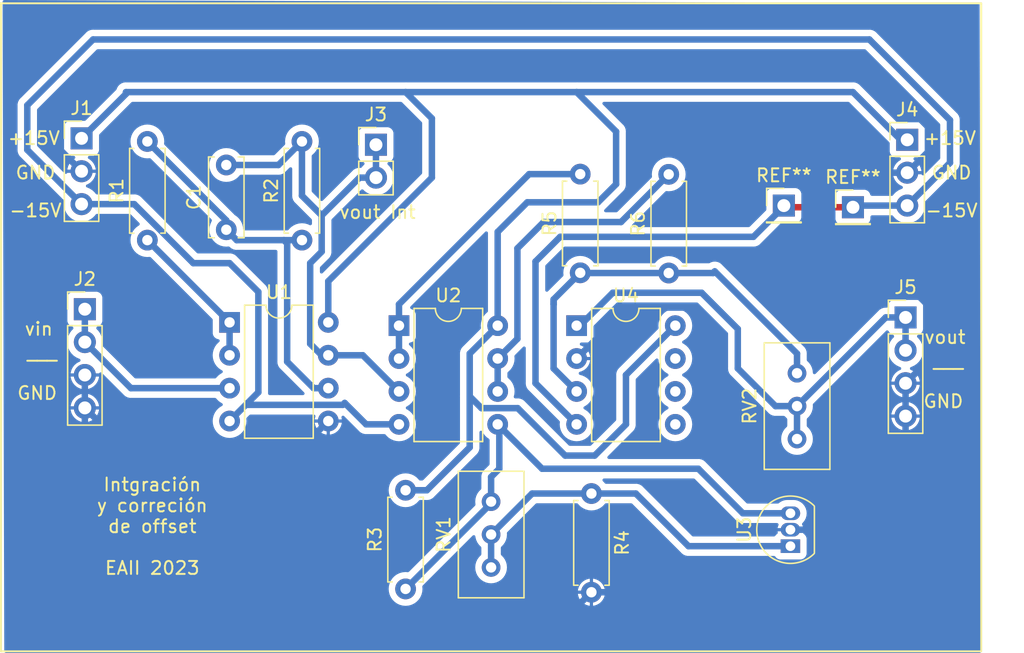
<source format=kicad_pcb>
(kicad_pcb (version 20221018) (generator pcbnew)
  (layers (0 "F.Cu" signal) (31 "B.Cu" signal) (34 "B.Paste" user) (35 "F.Paste" user) (36 "B.SilkS" user "B.Silkscreen") (37 "F.SilkS" user "F.Silkscreen") (38 "B.Mask" user) (39 "F.Mask" user) (44 "Edge.Cuts" user))
  (net 0 "")
  (net 1 "Net-(U1B--)")
  (net 2 "Vout_Integ")
  (net 3 "+15V")
  (net 4 "GND")
  (net 5 "-15V")
  (net 6 "Vin2")
  (net 7 "Vout2")
  (net 8 "Net-(U1A--)")
  (net 9 "Net-(U2B-+)")
  (net 10 "Net-(U3-REF)")
  (net 11 "Net-(U4A-+)")
  (net 12 "Net-(U2A--)")
  (net 13 "Net-(U2B--)")
  (footprint "Connector_PinHeader_2.54mm:PinHeader_1x02_P2.54mm_Vertical" (layer "F.Cu") (at 117.983 71.12)
    (fp_text reference "J3" (at 0 -2.33) (layer "F.SilkS"))
    (fp_text value "Conn_VoutInteg")
    (fp_line (start -1.33 -1.33) (end 0 -1.33) (stroke (width 0.12)) (layer "F.SilkS"))
    (fp_line (start -1.33 0) (end -1.33 -1.33) (stroke (width 0.12)) (layer "F.SilkS"))
    (fp_line (start -1.33 1.27) (end -1.33 3.87) (stroke (width 0.12)) (layer "F.SilkS"))
    (fp_line (start -1.33 1.27) (end 1.33 1.27) (stroke (width 0.12)) (layer "F.SilkS"))
    (fp_line (start -1.33 3.87) (end 1.33 3.87) (stroke (width 0.12)) (layer "F.SilkS"))
    (fp_line (start 1.33 1.27) (end 1.33 3.87) (stroke (width 0.12)) (layer "F.SilkS"))
    (pad "1" thru_hole rect (at 0 0) (size 1.7 1.7) (drill 1) (layers "*.Cu" "*.Mask") (net 2 "Vout_Integ"))
    (pad "2" thru_hole oval (at 0 2.54) (size 1.7 1.7) (drill 1) (layers "*.Cu" "*.Mask") (net 2 "Vout_Integ"))
  )
  (footprint "Resistor_THT:R_Axial_DIN0207_L6.3mm_D2.5mm_P7.62mm_Horizontal" (layer "F.Cu") (at 112.268 78.486 90)
    (fp_text reference "R2" (at 3.81 -2.37 90) (layer "F.SilkS"))
    (fp_text value "100k")
    (fp_line (start 0.54 -1.37) (end 7.08 -1.37) (stroke (width 0.12)) (layer "F.SilkS"))
    (fp_line (start 0.54 -1.04) (end 0.54 -1.37) (stroke (width 0.12)) (layer "F.SilkS"))
    (fp_line (start 0.54 1.04) (end 0.54 1.37) (stroke (width 0.12)) (layer "F.SilkS"))
    (fp_line (start 0.54 1.37) (end 7.08 1.37) (stroke (width 0.12)) (layer "F.SilkS"))
    (fp_line (start 7.08 -1.37) (end 7.08 -1.04) (stroke (width 0.12)) (layer "F.SilkS"))
    (fp_line (start 7.08 1.37) (end 7.08 1.04) (stroke (width 0.12)) (layer "F.SilkS"))
    (pad "1" thru_hole circle (at 0 0 90) (size 1.6 1.6) (drill 0.8) (layers "*.Cu" "*.Mask") (net 1 "Net-(U1B--)"))
    (pad "2" thru_hole oval (at 7.62 0 90) (size 1.6 1.6) (drill 0.8) (layers "*.Cu" "*.Mask") (net 2 "Vout_Integ"))
  )
  (footprint "Resistor_THT:R_Axial_DIN0207_L6.3mm_D2.5mm_P7.62mm_Horizontal" (layer "F.Cu") (at 120.269 105.42 90)
    (fp_text reference "R3" (at 3.81 -2.37 90) (layer "F.SilkS"))
    (fp_text value "10k")
    (fp_line (start 0.54 -1.37) (end 7.08 -1.37) (stroke (width 0.12)) (layer "F.SilkS"))
    (fp_line (start 0.54 -1.04) (end 0.54 -1.37) (stroke (width 0.12)) (layer "F.SilkS"))
    (fp_line (start 0.54 1.04) (end 0.54 1.37) (stroke (width 0.12)) (layer "F.SilkS"))
    (fp_line (start 0.54 1.37) (end 7.08 1.37) (stroke (width 0.12)) (layer "F.SilkS"))
    (fp_line (start 7.08 -1.37) (end 7.08 -1.04) (stroke (width 0.12)) (layer "F.SilkS"))
    (fp_line (start 7.08 1.37) (end 7.08 1.04) (stroke (width 0.12)) (layer "F.SilkS"))
    (pad "1" thru_hole circle (at 0 0 90) (size 1.6 1.6) (drill 0.8) (layers "*.Cu" "*.Mask") (net 9 "Net-(U2B-+)"))
    (pad "2" thru_hole oval (at 7.62 0 90) (size 1.6 1.6) (drill 0.8) (layers "*.Cu" "*.Mask") (net 3 "+15V"))
  )
  (footprint "Potentiometer_THT:Potentiometer_Bourns_3296W_Vertical" (layer "F.Cu") (at 150.495 88.763 90)
    (fp_text reference "RV2" (at -2.54 -3.66 90) (layer "F.SilkS"))
    (fp_text value "50k")
    (fp_line (start -7.425 -2.53) (end -7.425 2.54) (stroke (width 0.12)) (layer "F.SilkS"))
    (fp_line (start -7.425 -2.53) (end 2.345 -2.53) (stroke (width 0.12)) (layer "F.SilkS"))
    (fp_line (start -7.425 2.54) (end 2.345 2.54) (stroke (width 0.12)) (layer "F.SilkS"))
    (fp_line (start 2.345 -2.53) (end 2.345 2.54) (stroke (width 0.12)) (layer "F.SilkS"))
    (pad "1" thru_hole circle (at 0 0 90) (size 1.44 1.44) (drill 0.8) (layers "*.Cu" "*.Mask") (net 11 "Net-(U4A-+)"))
    (pad "2" thru_hole circle (at -2.54 0 90) (size 1.44 1.44) (drill 0.8) (layers "*.Cu" "*.Mask") (net 7 "Vout2"))
    (pad "3" thru_hole circle (at -5.08 0 90) (size 1.44 1.44) (drill 0.8) (layers "*.Cu" "*.Mask") (net 7 "Vout2"))
  )
  (footprint "Potentiometer_THT:Potentiometer_Bourns_3296W_Vertical" (layer "F.Cu") (at 126.873 98.679 90)
    (fp_text reference "RV1" (at -2.54 -3.66 90) (layer "F.SilkS"))
    (fp_text value "10k")
    (fp_line (start -7.425 -2.53) (end -7.425 2.54) (stroke (width 0.12)) (layer "F.SilkS"))
    (fp_line (start -7.425 -2.53) (end 2.345 -2.53) (stroke (width 0.12)) (layer "F.SilkS"))
    (fp_line (start -7.425 2.54) (end 2.345 2.54) (stroke (width 0.12)) (layer "F.SilkS"))
    (fp_line (start 2.345 -2.53) (end 2.345 2.54) (stroke (width 0.12)) (layer "F.SilkS"))
    (pad "1" thru_hole circle (at 0 0 90) (size 1.44 1.44) (drill 0.8) (layers "*.Cu" "*.Mask") (net 9 "Net-(U2B-+)"))
    (pad "2" thru_hole circle (at -2.54 0 90) (size 1.44 1.44) (drill 0.8) (layers "*.Cu" "*.Mask") (net 10 "Net-(U3-REF)"))
    (pad "3" thru_hole circle (at -5.08 0 90) (size 1.44 1.44) (drill 0.8) (layers "*.Cu" "*.Mask") (net 10 "Net-(U3-REF)"))
  )
  (footprint "Connector_PinHeader_2.54mm:PinHeader_1x04_P2.54mm_Vertical" (layer "F.Cu") (at 158.877 84.455)
    (fp_text reference "J5" (at 0 -2.33) (layer "F.SilkS"))
    (fp_text value "Conn_Vout")
    (fp_line (start -1.33 -1.33) (end 0 -1.33) (stroke (width 0.12)) (layer "F.SilkS"))
    (fp_line (start -1.33 0) (end -1.33 -1.33) (stroke (width 0.12)) (layer "F.SilkS"))
    (fp_line (start -1.33 1.27) (end -1.33 8.95) (stroke (width 0.12)) (layer "F.SilkS"))
    (fp_line (start -1.33 1.27) (end 1.33 1.27) (stroke (width 0.12)) (layer "F.SilkS"))
    (fp_line (start -1.33 8.95) (end 1.33 8.95) (stroke (width 0.12)) (layer "F.SilkS"))
    (fp_line (start 1.33 1.27) (end 1.33 8.95) (stroke (width 0.12)) (layer "F.SilkS"))
    (pad "1" thru_hole rect (at 0 0) (size 1.7 1.7) (drill 1) (layers "*.Cu" "*.Mask") (net 7 "Vout2"))
    (pad "2" thru_hole oval (at 0 2.54) (size 1.7 1.7) (drill 1) (layers "*.Cu" "*.Mask") (net 7 "Vout2"))
    (pad "3" thru_hole oval (at 0 5.08) (size 1.7 1.7) (drill 1) (layers "*.Cu" "*.Mask") (net 4 "GND"))
    (pad "4" thru_hole oval (at 0 7.62) (size 1.7 1.7) (drill 1) (layers "*.Cu" "*.Mask") (net 4 "GND"))
  )
  (footprint "Resistor_THT:R_Axial_DIN0207_L6.3mm_D2.5mm_P7.62mm_Horizontal" (layer "F.Cu") (at 100.33 78.486 90)
    (fp_text reference "R1" (at 3.81 -2.37 90) (layer "F.SilkS"))
    (fp_text value "10k")
    (fp_line (start 0.54 -1.37) (end 7.08 -1.37) (stroke (width 0.12)) (layer "F.SilkS"))
    (fp_line (start 0.54 -1.04) (end 0.54 -1.37) (stroke (width 0.12)) (layer "F.SilkS"))
    (fp_line (start 0.54 1.04) (end 0.54 1.37) (stroke (width 0.12)) (layer "F.SilkS"))
    (fp_line (start 0.54 1.37) (end 7.08 1.37) (stroke (width 0.12)) (layer "F.SilkS"))
    (fp_line (start 7.08 -1.37) (end 7.08 -1.04) (stroke (width 0.12)) (layer "F.SilkS"))
    (fp_line (start 7.08 1.37) (end 7.08 1.04) (stroke (width 0.12)) (layer "F.SilkS"))
    (pad "1" thru_hole circle (at 0 0 90) (size 1.6 1.6) (drill 0.8) (layers "*.Cu" "*.Mask") (net 8 "Net-(U1A--)"))
    (pad "2" thru_hole oval (at 7.62 0 90) (size 1.6 1.6) (drill 0.8) (layers "*.Cu" "*.Mask") (net 1 "Net-(U1B--)"))
  )
  (footprint "Connector_PinHeader_2.54mm:PinHeader_1x04_P2.54mm_Vertical" (layer "F.Cu") (at 95.504 83.82)
    (fp_text reference "J2" (at 0 -2.33) (layer "F.SilkS"))
    (fp_text value "Conn_Vin")
    (fp_line (start -1.33 -1.33) (end 0 -1.33) (stroke (width 0.12)) (layer "F.SilkS"))
    (fp_line (start -1.33 0) (end -1.33 -1.33) (stroke (width 0.12)) (layer "F.SilkS"))
    (fp_line (start -1.33 1.27) (end -1.33 8.95) (stroke (width 0.12)) (layer "F.SilkS"))
    (fp_line (start -1.33 1.27) (end 1.33 1.27) (stroke (width 0.12)) (layer "F.SilkS"))
    (fp_line (start -1.33 8.95) (end 1.33 8.95) (stroke (width 0.12)) (layer "F.SilkS"))
    (fp_line (start 1.33 1.27) (end 1.33 8.95) (stroke (width 0.12)) (layer "F.SilkS"))
    (pad "1" thru_hole rect (at 0 0) (size 1.7 1.7) (drill 1) (layers "*.Cu" "*.Mask") (net 6 "Vin2"))
    (pad "2" thru_hole oval (at 0 2.54) (size 1.7 1.7) (drill 1) (layers "*.Cu" "*.Mask") (net 6 "Vin2"))
    (pad "3" thru_hole oval (at 0 5.08) (size 1.7 1.7) (drill 1) (layers "*.Cu" "*.Mask") (net 4 "GND"))
    (pad "4" thru_hole oval (at 0 7.62) (size 1.7 1.7) (drill 1) (layers "*.Cu" "*.Mask") (net 4 "GND"))
  )
  (footprint "Capacitor_THT:C_Disc_D6.0mm_W2.5mm_P5.00mm" (layer "F.Cu") (at 106.426 77.684 90)
    (fp_text reference "C1" (at 2.5 -2.5 90) (layer "F.SilkS"))
    (fp_text value "10n")
    (fp_line (start -0.62 -1.37) (end -0.62 -0.925) (stroke (width 0.12)) (layer "F.SilkS"))
    (fp_line (start -0.62 -1.37) (end 5.62 -1.37) (stroke (width 0.12)) (layer "F.SilkS"))
    (fp_line (start -0.62 0.925) (end -0.62 1.37) (stroke (width 0.12)) (layer "F.SilkS"))
    (fp_line (start -0.62 1.37) (end 5.62 1.37) (stroke (width 0.12)) (layer "F.SilkS"))
    (fp_line (start 5.62 -1.37) (end 5.62 -0.925) (stroke (width 0.12)) (layer "F.SilkS"))
    (fp_line (start 5.62 0.925) (end 5.62 1.37) (stroke (width 0.12)) (layer "F.SilkS"))
    (pad "1" thru_hole circle (at 0 0 90) (size 1.6 1.6) (drill 0.8) (layers "*.Cu" "*.Mask") (net 1 "Net-(U1B--)"))
    (pad "2" thru_hole circle (at 5 0 90) (size 1.6 1.6) (drill 0.8) (layers "*.Cu" "*.Mask") (net 2 "Vout_Integ"))
  )
  (footprint "Connector_PinHeader_2.54mm:PinHeader_1x01_P2.54mm_Vertical" (layer "F.Cu") (at 154.813 75.946)
    (fp_text reference "REF**" (at 0 -2.33) (layer "F.SilkS"))
    (fp_text value "PinHeader_1x01_P2.54mm_Vertical")
    (fp_line (start -1.33 -1.33) (end 0 -1.33) (stroke (width 0.12)) (layer "F.SilkS"))
    (fp_line (start -1.33 0) (end -1.33 -1.33) (stroke (width 0.12)) (layer "F.SilkS"))
    (fp_line (start -1.33 1.27) (end -1.33 1.33) (stroke (width 0.12)) (layer "F.SilkS"))
    (fp_line (start -1.33 1.27) (end 1.33 1.27) (stroke (width 0.12)) (layer "F.SilkS"))
    (fp_line (start -1.33 1.33) (end 1.33 1.33) (stroke (width 0.12)) (layer "F.SilkS"))
    (fp_line (start 1.33 1.27) (end 1.33 1.33) (stroke (width 0.12)) (layer "F.SilkS"))
    (pad "1" thru_hole rect (at 0 0) (size 1.7 1.7) (drill 1) (layers "*.Cu" "*.Mask"))
  )
  (footprint "Package_DIP:DIP-8_W7.62mm" (layer "F.Cu") (at 106.68 84.836)
    (fp_text reference "U1" (at 3.81 -2.33) (layer "F.SilkS"))
    (fp_text value "TL082")
    (fp_line (start 1.16 -1.33) (end 1.16 8.95) (stroke (width 0.12)) (layer "F.SilkS"))
    (fp_line (start 1.16 8.95) (end 6.46 8.95) (stroke (width 0.12)) (layer "F.SilkS"))
    (fp_line (start 2.81 -1.33) (end 1.16 -1.33) (stroke (width 0.12)) (layer "F.SilkS"))
    (fp_line (start 6.46 -1.33) (end 4.81 -1.33) (stroke (width 0.12)) (layer "F.SilkS"))
    (fp_line (start 6.46 8.95) (end 6.46 -1.33) (stroke (width 0.12)) (layer "F.SilkS"))
    (fp_arc (start 4.81 -1.33) (mid 3.81 -0.33) (end 2.81 -1.33) (stroke (width 0.12)) (layer "F.SilkS"))
    (pad "1" thru_hole rect (at 0 0) (size 1.6 1.6) (drill 0.8) (layers "*.Cu" "*.Mask") (net 8 "Net-(U1A--)"))
    (pad "2" thru_hole oval (at 0 2.54) (size 1.6 1.6) (drill 0.8) (layers "*.Cu" "*.Mask") (net 8 "Net-(U1A--)"))
    (pad "3" thru_hole oval (at 0 5.08) (size 1.6 1.6) (drill 0.8) (layers "*.Cu" "*.Mask") (net 6 "Vin2"))
    (pad "4" thru_hole oval (at 0 7.62) (size 1.6 1.6) (drill 0.8) (layers "*.Cu" "*.Mask") (net 5 "-15V"))
    (pad "5" thru_hole oval (at 7.62 7.62) (size 1.6 1.6) (drill 0.8) (layers "*.Cu" "*.Mask") (net 4 "GND"))
    (pad "6" thru_hole oval (at 7.62 5.08) (size 1.6 1.6) (drill 0.8) (layers "*.Cu" "*.Mask") (net 1 "Net-(U1B--)"))
    (pad "7" thru_hole oval (at 7.62 2.54) (size 1.6 1.6) (drill 0.8) (layers "*.Cu" "*.Mask") (net 2 "Vout_Integ"))
    (pad "8" thru_hole oval (at 7.62 0) (size 1.6 1.6) (drill 0.8) (layers "*.Cu" "*.Mask") (net 3 "+15V"))
  )
  (footprint "Resistor_THT:R_Axial_DIN0207_L6.3mm_D2.5mm_P7.62mm_Horizontal" (layer "F.Cu") (at 133.755 81.01 90)
    (fp_text reference "R5" (at 3.81 -2.37 90) (layer "F.SilkS"))
    (fp_text value "10k")
    (fp_line (start 0.54 -1.37) (end 7.08 -1.37) (stroke (width 0.12)) (layer "F.SilkS"))
    (fp_line (start 0.54 -1.04) (end 0.54 -1.37) (stroke (width 0.12)) (layer "F.SilkS"))
    (fp_line (start 0.54 1.04) (end 0.54 1.37) (stroke (width 0.12)) (layer "F.SilkS"))
    (fp_line (start 0.54 1.37) (end 7.08 1.37) (stroke (width 0.12)) (layer "F.SilkS"))
    (fp_line (start 7.08 -1.37) (end 7.08 -1.04) (stroke (width 0.12)) (layer "F.SilkS"))
    (fp_line (start 7.08 1.37) (end 7.08 1.04) (stroke (width 0.12)) (layer "F.SilkS"))
    (pad "1" thru_hole circle (at 0 0 90) (size 1.6 1.6) (drill 0.8) (layers "*.Cu" "*.Mask") (net 11 "Net-(U4A-+)"))
    (pad "2" thru_hole oval (at 7.62 0 90) (size 1.6 1.6) (drill 0.8) (layers "*.Cu" "*.Mask") (net 12 "Net-(U2A--)"))
  )
  (footprint "Package_DIP:DIP-8_W7.62mm" (layer "F.Cu") (at 119.761 85.09)
    (fp_text reference "U2" (at 3.81 -2.33) (layer "F.SilkS"))
    (fp_text value "TL082")
    (fp_line (start 1.16 -1.33) (end 1.16 8.95) (stroke (width 0.12)) (layer "F.SilkS"))
    (fp_line (start 1.16 8.95) (end 6.46 8.95) (stroke (width 0.12)) (layer "F.SilkS"))
    (fp_line (start 2.81 -1.33) (end 1.16 -1.33) (stroke (width 0.12)) (layer "F.SilkS"))
    (fp_line (start 6.46 -1.33) (end 4.81 -1.33) (stroke (width 0.12)) (layer "F.SilkS"))
    (fp_line (start 6.46 8.95) (end 6.46 -1.33) (stroke (width 0.12)) (layer "F.SilkS"))
    (fp_arc (start 4.81 -1.33) (mid 3.81 -0.33) (end 2.81 -1.33) (stroke (width 0.12)) (layer "F.SilkS"))
    (pad "1" thru_hole rect (at 0 0) (size 1.6 1.6) (drill 0.8) (layers "*.Cu" "*.Mask") (net 12 "Net-(U2A--)"))
    (pad "2" thru_hole oval (at 0 2.54) (size 1.6 1.6) (drill 0.8) (layers "*.Cu" "*.Mask") (net 12 "Net-(U2A--)"))
    (pad "3" thru_hole oval (at 0 5.08) (size 1.6 1.6) (drill 0.8) (layers "*.Cu" "*.Mask") (net 2 "Vout_Integ"))
    (pad "4" thru_hole oval (at 0 7.62) (size 1.6 1.6) (drill 0.8) (layers "*.Cu" "*.Mask") (net 5 "-15V"))
    (pad "5" thru_hole oval (at 7.62 7.62) (size 1.6 1.6) (drill 0.8) (layers "*.Cu" "*.Mask") (net 9 "Net-(U2B-+)"))
    (pad "6" thru_hole oval (at 7.62 5.08) (size 1.6 1.6) (drill 0.8) (layers "*.Cu" "*.Mask") (net 13 "Net-(U2B--)"))
    (pad "7" thru_hole oval (at 7.62 2.54) (size 1.6 1.6) (drill 0.8) (layers "*.Cu" "*.Mask") (net 13 "Net-(U2B--)"))
    (pad "8" thru_hole oval (at 7.62 0) (size 1.6 1.6) (drill 0.8) (layers "*.Cu" "*.Mask") (net 3 "+15V"))
  )
  (footprint "Package_TO_SOT_THT:TO-92_Inline" (layer "F.Cu") (at 149.987 102.118 90)
    (fp_text reference "U3" (at 1.27 -3.56 90) (layer "F.SilkS"))
    (fp_text value "TL431LP")
    (fp_line (start -0.53 1.85) (end 3.07 1.85) (stroke (width 0.12)) (layer "F.SilkS"))
    (fp_arc (start -0.568478 1.838478) (mid -1.132087 -0.994977) (end 1.27 -2.6) (stroke (width 0.12)) (layer "F.SilkS"))
    (fp_arc (start 1.27 -2.6) (mid 3.672087 -0.994977) (end 3.108478 1.838478) (stroke (width 0.12)) (layer "F.SilkS"))
    (pad "1" thru_hole rect (at 0 0 90) (size 1.05 1.5) (drill 0.75) (layers "*.Cu" "*.Mask") (net 10 "Net-(U3-REF)"))
    (pad "2" thru_hole oval (at 1.27 0 90) (size 1.05 1.5) (drill 0.75) (layers "*.Cu" "*.Mask") (net 4 "GND"))
    (pad "3" thru_hole oval (at 2.54 0 90) (size 1.05 1.5) (drill 0.75) (layers "*.Cu" "*.Mask") (net 9 "Net-(U2B-+)"))
  )
  (footprint "Connector_PinHeader_2.54mm:PinHeader_1x01_P2.54mm_Vertical" (layer "F.Cu") (at 149.479 75.819)
    (fp_text reference "REF**" (at 0 -2.33) (layer "F.SilkS"))
    (fp_text value "PinHeader_1x01_P2.54mm_Vertical")
    (fp_line (start -1.33 -1.33) (end 0 -1.33) (stroke (width 0.12)) (layer "F.SilkS"))
    (fp_line (start -1.33 0) (end -1.33 -1.33) (stroke (width 0.12)) (layer "F.SilkS"))
    (fp_line (start -1.33 1.27) (end -1.33 1.33) (stroke (width 0.12)) (layer "F.SilkS"))
    (fp_line (start -1.33 1.27) (end 1.33 1.27) (stroke (width 0.12)) (layer "F.SilkS"))
    (fp_line (start -1.33 1.33) (end 1.33 1.33) (stroke (width 0.12)) (layer "F.SilkS"))
    (fp_line (start 1.33 1.27) (end 1.33 1.33) (stroke (width 0.12)) (layer "F.SilkS"))
    (pad "1" thru_hole rect (at 0 0) (size 1.7 1.7) (drill 1) (layers "*.Cu" "*.Mask"))
  )
  (footprint "Resistor_THT:R_Axial_DIN0207_L6.3mm_D2.5mm_P7.62mm_Horizontal" (layer "F.Cu") (at 140.589 81.026 90)
    (fp_text reference "R6" (at 3.81 -2.37 90) (layer "F.SilkS"))
    (fp_text value "10k")
    (fp_line (start 0.54 -1.37) (end 7.08 -1.37) (stroke (width 0.12)) (layer "F.SilkS"))
    (fp_line (start 0.54 -1.04) (end 0.54 -1.37) (stroke (width 0.12)) (layer "F.SilkS"))
    (fp_line (start 0.54 1.04) (end 0.54 1.37) (stroke (width 0.12)) (layer "F.SilkS"))
    (fp_line (start 0.54 1.37) (end 7.08 1.37) (stroke (width 0.12)) (layer "F.SilkS"))
    (fp_line (start 7.08 -1.37) (end 7.08 -1.04) (stroke (width 0.12)) (layer "F.SilkS"))
    (fp_line (start 7.08 1.37) (end 7.08 1.04) (stroke (width 0.12)) (layer "F.SilkS"))
    (pad "1" thru_hole circle (at 0 0 90) (size 1.6 1.6) (drill 0.8) (layers "*.Cu" "*.Mask") (net 11 "Net-(U4A-+)"))
    (pad "2" thru_hole oval (at 7.62 0 90) (size 1.6 1.6) (drill 0.8) (layers "*.Cu" "*.Mask") (net 13 "Net-(U2B--)"))
  )
  (footprint "Package_DIP:DIP-8_W7.62mm" (layer "F.Cu") (at 133.477 85.09)
    (fp_text reference "U4" (at 3.81 -2.33) (layer "F.SilkS"))
    (fp_text value "TL082")
    (fp_line (start 1.16 -1.33) (end 1.16 8.95) (stroke (width 0.12)) (layer "F.SilkS"))
    (fp_line (start 1.16 8.95) (end 6.46 8.95) (stroke (width 0.12)) (layer "F.SilkS"))
    (fp_line (start 2.81 -1.33) (end 1.16 -1.33) (stroke (width 0.12)) (layer "F.SilkS"))
    (fp_line (start 6.46 -1.33) (end 4.81 -1.33) (stroke (width 0.12)) (layer "F.SilkS"))
    (fp_line (start 6.46 8.95) (end 6.46 -1.33) (stroke (width 0.12)) (layer "F.SilkS"))
    (fp_arc (start 4.81 -1.33) (mid 3.81 -0.33) (end 2.81 -1.33) (stroke (width 0.12)) (layer "F.SilkS"))
    (pad "1" thru_hole rect (at 0 0) (size 1.6 1.6) (drill 0.8) (layers "*.Cu" "*.Mask") (net 7 "Vout2"))
    (pad "2" thru_hole oval (at 0 2.54) (size 1.6 1.6) (drill 0.8) (layers "*.Cu" "*.Mask") (net 4 "GND"))
    (pad "3" thru_hole oval (at 0 5.08) (size 1.6 1.6) (drill 0.8) (layers "*.Cu" "*.Mask") (net 11 "Net-(U4A-+)"))
    (pad "4" thru_hole oval (at 0 7.62) (size 1.6 1.6) (drill 0.8) (layers "*.Cu" "*.Mask") (net 5 "-15V"))
    (pad "5" thru_hole oval (at 7.62 7.62) (size 1.6 1.6) (drill 0.8) (layers "*.Cu" "*.Mask"))
    (pad "6" thru_hole oval (at 7.62 5.08) (size 1.6 1.6) (drill 0.8) (layers "*.Cu" "*.Mask"))
    (pad "7" thru_hole oval (at 7.62 2.54) (size 1.6 1.6) (drill 0.8) (layers "*.Cu" "*.Mask"))
    (pad "8" thru_hole oval (at 7.62 0) (size 1.6 1.6) (drill 0.8) (layers "*.Cu" "*.Mask") (net 3 "+15V"))
  )
  (footprint "Connector_PinHeader_2.54mm:PinHeader_1x03_P2.54mm_Vertical" (layer "F.Cu") (at 159.004 70.739)
    (fp_text reference "J4" (at 0 -2.33) (layer "F.SilkS"))
    (fp_text value "Conn_VoutDC" hide)
    (fp_line (start -1.33 -1.33) (end 0 -1.33) (stroke (width 0.12)) (layer "F.SilkS"))
    (fp_line (start -1.33 0) (end -1.33 -1.33) (stroke (width 0.12)) (layer "F.SilkS"))
    (fp_line (start -1.33 1.27) (end -1.33 6.41) (stroke (width 0.12)) (layer "F.SilkS"))
    (fp_line (start -1.33 1.27) (end 1.33 1.27) (stroke (width 0.12)) (layer "F.SilkS"))
    (fp_line (start -1.33 6.41) (end 1.33 6.41) (stroke (width 0.12)) (layer "F.SilkS"))
    (fp_line (start 1.33 1.27) (end 1.33 6.41) (stroke (width 0.12)) (layer "F.SilkS"))
    (pad "1" thru_hole rect (at 0 0) (size 1.7 1.7) (drill 1) (layers "*.Cu" "*.Mask") (net 3 "+15V"))
    (pad "2" thru_hole oval (at 0 2.54) (size 1.7 1.7) (drill 1) (layers "*.Cu" "*.Mask") (net 4 "GND"))
    (pad "3" thru_hole oval (at 0 5.08) (size 1.7 1.7) (drill 1) (layers "*.Cu" "*.Mask") (net 5 "-15V"))
  )
  (footprint "Resistor_THT:R_Axial_DIN0207_L6.3mm_D2.5mm_P7.62mm_Horizontal" (layer "F.Cu") (at 134.62 98.054 -90)
    (fp_text reference "R4" (at 3.81 -2.37 90) (layer "F.SilkS"))
    (fp_text value "10k")
    (fp_line (start 0.54 -1.37) (end 7.08 -1.37) (stroke (width 0.12)) (layer "F.SilkS"))
    (fp_line (start 0.54 -1.04) (end 0.54 -1.37) (stroke (width 0.12)) (layer "F.SilkS"))
    (fp_line (start 0.54 1.04) (end 0.54 1.37) (stroke (width 0.12)) (layer "F.SilkS"))
    (fp_line (start 0.54 1.37) (end 7.08 1.37) (stroke (width 0.12)) (layer "F.SilkS"))
    (fp_line (start 7.08 -1.37) (end 7.08 -1.04) (stroke (width 0.12)) (layer "F.SilkS"))
    (fp_line (start 7.08 1.37) (end 7.08 1.04) (stroke (width 0.12)) (layer "F.SilkS"))
    (pad "1" thru_hole circle (at 0 0 270) (size 1.6 1.6) (drill 0.8) (layers "*.Cu" "*.Mask") (net 10 "Net-(U3-REF)"))
    (pad "2" thru_hole oval (at 7.62 0 270) (size 1.6 1.6) (drill 0.8) (layers "*.Cu" "*.Mask") (net 4 "GND"))
  )
  (footprint "Connector_PinHeader_2.54mm:PinHeader_1x03_P2.54mm_Vertical" (layer "F.Cu") (at 95.25 70.627)
    (fp_text reference "J1" (at 0 -2.33) (layer "F.SilkS"))
    (fp_text value "Conn_VinDC")
    (fp_line (start -1.33 -1.33) (end 0 -1.33) (stroke (width 0.12)) (layer "F.SilkS"))
    (fp_line (start -1.33 0) (end -1.33 -1.33) (stroke (width 0.12)) (layer "F.SilkS"))
    (fp_line (start -1.33 1.27) (end -1.33 6.41) (stroke (width 0.12)) (layer "F.SilkS"))
    (fp_line (start -1.33 1.27) (end 1.33 1.27) (stroke (width 0.12)) (layer "F.SilkS"))
    (fp_line (start -1.33 6.41) (end 1.33 6.41) (stroke (width 0.12)) (layer "F.SilkS"))
    (fp_line (start 1.33 1.27) (end 1.33 6.41) (stroke (width 0.12)) (layer "F.SilkS"))
    (pad "1" thru_hole rect (at 0 0) (size 1.7 1.7) (drill 1) (layers "*.Cu" "*.Mask") (net 3 "+15V"))
    (pad "2" thru_hole oval (at 0 2.54) (size 1.7 1.7) (drill 1) (layers "*.Cu" "*.Mask") (net 4 "GND"))
    (pad "3" thru_hole oval (at 0 5.08) (size 1.7 1.7) (drill 1) (layers "*.Cu" "*.Mask") (net 5 "-15V"))
  )
  (gr_rect (start 89.027 60.198) (end 164.719 110.236) (stroke (width 0.15)) (fill none) (layer "F.SilkS"))
  (gr_text "-15V\n" (at 91.694 76.2) (layer "F.SilkS") (effects (font (size 1 1))))
  (gr_text "+15V\n" (at 162.306 70.612) (layer "F.SilkS") (effects (font (size 1 1))))
  (gr_text "GND" (at 162.433 73.279) (layer "F.SilkS") (effects (font (size 1 1))))
  (gr_text "GND" (at 161.798 90.932) (layer "F.SilkS") (effects (font (size 1 1))))
  (gr_text "vin" (at 91.948 85.344) (layer "F.SilkS") (effects (font (size 1 1))))
  (gr_text "vout Int" (at 118.11 76.327) (layer "F.SilkS") (effects (font (size 1 1))))
  (gr_text "___" (at 162.179 87.884) (layer "F.SilkS") (effects (font (size 1 1))))
  (gr_text "Intgración\ny correción\nde offset\n\nEAII 2023" (at 100.711 100.584) (layer "F.SilkS") (effects (font (size 1 1))))
  (gr_text "+15V\n" (at 91.567 70.612) (layer "F.SilkS") (effects (font (size 1 1))))
  (gr_text "vout" (at 161.925 85.979) (layer "F.SilkS") (effects (font (size 1 1))))
  (gr_text "GND" (at 91.821 90.297) (layer "F.SilkS") (effects (font (size 1 1))))
  (gr_text "___" (at 92.202 87.249) (layer "F.SilkS") (effects (font (size 1 1))))
  (gr_text "-15V\n" (at 162.433 76.2) (layer "F.SilkS") (effects (font (size 1 1))))
  (gr_text "GND" (at 91.694 73.279) (layer "F.SilkS") (effects (font (size 1 1))))
  (segment (start 110.871 78.486) (end 107.228 78.486) (width 0.5) (layer "B.Cu") (net 1))
  (segment (start 111.125 78.74) (end 110.871 78.486) (width 0.5) (layer "B.Cu") (net 1))
  (segment (start 112.268 78.486) (end 110.871 78.486) (width 0.5) (layer "B.Cu") (net 1))
  (segment (start 107.228 78.486) (end 106.426 77.684) (width 0.5) (layer "B.Cu") (net 1))
  (segment (start 106.426 76.962) (end 106.426 77.684) (width 0.5) (layer "B.Cu") (net 1))
  (segment (start 111.125 87.87237) (end 111.125 78.74) (width 0.5) (layer "B.Cu") (net 1))
  (segment (start 113.16863 89.916) (end 111.125 87.87237) (width 0.5) (layer "B.Cu") (net 1))
  (segment (start 114.3 89.916) (end 113.16863 89.916) (width 0.5) (layer "B.Cu") (net 1))
  (segment (start 100.33 70.866) (end 106.426 76.962) (width 0.5) (layer "B.Cu") (net 1))
  (segment (start 117.983 71.12) (end 117.983 73.66) (width 0.5) (layer "B.Cu") (net 2))
  (segment (start 113.792 76.581) (end 112.268 75.057) (width 0.5) (layer "B.Cu") (net 2))
  (segment (start 113.792 87.376) (end 112.903 86.487) (width 0.5) (layer "B.Cu") (net 2))
  (segment (start 106.426 72.684) (end 110.45 72.684) (width 0.5) (layer "B.Cu") (net 2))
  (segment (start 116.967 87.376) (end 119.761 90.17) (width 0.5) (layer "B.Cu") (net 2))
  (segment (start 112.268 75.057) (end 112.268 70.866) (width 0.5) (layer "B.Cu") (net 2))
  (segment (start 112.903 80.264) (end 113.792 79.375) (width 0.5) (layer "B.Cu") (net 2))
  (segment (start 116.713 73.66) (end 113.792 76.581) (width 0.5) (layer "B.Cu") (net 2))
  (segment (start 112.903 86.487) (end 112.903 80.264) (width 0.5) (layer "B.Cu") (net 2))
  (segment (start 110.45 72.684) (end 112.268 70.866) (width 0.5) (layer "B.Cu") (net 2))
  (segment (start 117.983 73.66) (end 116.713 73.66) (width 0.5) (layer "B.Cu") (net 2))
  (segment (start 114.3 87.376) (end 116.967 87.376) (width 0.5) (layer "B.Cu") (net 2))
  (segment (start 114.3 87.376) (end 113.792 87.376) (width 0.5) (layer "B.Cu") (net 2))
  (segment (start 113.792 79.375) (end 113.792 76.581) (width 0.5) (layer "B.Cu") (net 2))
  (segment (start 133.477 67.056) (end 120.269 67.056) (width 0.5) (layer "B.Cu") (net 3))
  (segment (start 121.91 97.8) (end 125.222 94.488) (width 0.5) (layer "B.Cu") (net 3))
  (segment (start 154.813 67.056) (end 133.477 67.056) (width 0.5) (layer "B.Cu") (net 3))
  (segment (start 137.287 92.71) (end 134.874 95.123) (width 0.5) (layer "B.Cu") (net 3))
  (segment (start 122.301 73.66) (end 122.301 69.088) (width 0.5) (layer "B.Cu") (net 3))
  (segment (start 127.381 85.09) (end 127.381 77.851) (width 0.5) (layer "B.Cu") (net 3))
  (segment (start 134.874 95.123) (end 132.591 95.123) (width 0.5) (layer "B.Cu") (net 3))
  (segment (start 128.928 91.46) (end 126.131 91.46) (width 0.5) (layer "B.Cu") (net 3))
  (segment (start 141.097 85.09) (end 137.287 88.9) (width 0.5) (layer "B.Cu") (net 3))
  (segment (start 98.679 67.198) (end 95.25 70.627) (width 0.5) (layer "B.Cu") (net 3))
  (segment (start 159.004 70.739) (end 158.496 70.739) (width 0.5) (layer "B.Cu") (net 3))
  (segment (start 114.3 81.661) (end 122.301 73.66) (width 0.5) (layer "B.Cu") (net 3))
  (segment (start 120.269 67.056) (end 98.679 67.056) (width 0.5) (layer "B.Cu") (net 3))
  (segment (start 98.679 67.056) (end 98.679 67.198) (width 0.5) (layer "B.Cu") (net 3))
  (segment (start 127.381 85.09) (end 125.222 87.249) (width 0.5) (layer "B.Cu") (net 3))
  (segment (start 135.128 75.565) (end 136.525 74.168) (width 0.5) (layer "B.Cu") (net 3))
  (segment (start 127.381 77.851) (end 129.667 75.565) (width 0.5) (layer "B.Cu") (net 3))
  (segment (start 136.525 74.168) (end 136.525 70.104) (width 0.5) (layer "B.Cu") (net 3))
  (segment (start 114.3 84.836) (end 114.3 81.661) (width 0.5) (layer "B.Cu") (net 3))
  (segment (start 126.131 91.46) (end 125.222 90.551) (width 0.5) (layer "B.Cu") (net 3))
  (segment (start 122.301 69.088) (end 120.269 67.056) (width 0.5) (layer "B.Cu") (net 3))
  (segment (start 137.287 88.9) (end 137.287 92.71) (width 0.5) (layer "B.Cu") (net 3))
  (segment (start 129.667 75.565) (end 135.128 75.565) (width 0.5) (layer "B.Cu") (net 3))
  (segment (start 125.222 94.488) (end 125.222 90.551) (width 0.5) (layer "B.Cu") (net 3))
  (segment (start 136.525 70.104) (end 133.477 67.056) (width 0.5) (layer "B.Cu") (net 3))
  (segment (start 158.496 70.739) (end 154.813 67.056) (width 0.5) (layer "B.Cu") (net 3))
  (segment (start 125.222 90.551) (end 125.222 87.249) (width 0.5) (layer "B.Cu") (net 3))
  (segment (start 132.591 95.123) (end 128.928 91.46) (width 0.5) (layer "B.Cu") (net 3))
  (segment (start 120.269 97.8) (end 121.91 97.8) (width 0.5) (layer "B.Cu") (net 3))
  (segment (start 92.583 68.707) (end 92.583 70.5) (width 0.5) (layer "B.Cu") (net 4))
  (segment (start 154.051 73.279) (end 152.146 75.184) (width 0.5) (layer "B.Cu") (net 4))
  (segment (start 158.877 92.075) (end 158.877 96.774) (width 0.5) (layer "B.Cu") (net 4))
  (segment (start 154.559 102.118) (end 154.559 102.753) (width 0.5) (layer "B.Cu") (net 4))
  (segment (start 150.241 97.409) (end 158.242 97.409) (width 0.5) (layer "B.Cu") (net 4))
  (segment (start 149.987 100.848) (end 153.162 100.848) (width 0.5) (layer "B.Cu") (net 4))
  (segment (start 158.877 96.774) (end 158.242 97.409) (width 0.5) (layer "B.Cu") (net 4))
  (segment (start 151.638 105.674) (end 134.62 105.674) (width 0.5) (layer "B.Cu") (net 4))
  (segment (start 154.559 102.753) (end 151.638 105.674) (width 0.5) (layer "B.Cu") (net 4))
  (segment (start 132.842 107.452) (end 134.62 105.674) (width 0.5) (layer "B.Cu") (net 4))
  (segment (start 154.803 100.848) (end 158.242 97.409) (width 0.5) (layer "B.Cu") (net 4))
  (segment (start 153.162 100.848) (end 153.289 100.848) (width 0.5) (layer "B.Cu") (net 4))
  (segment (start 159.766 82.677) (end 161.4805 84.3915) (width 0.5) (layer "B.Cu") (net 4))
  (segment (start 153.289 100.848) (end 154.559 102.118) (width 0.5) (layer "B.Cu") (net 4))
  (segment (start 161.4805 86.9315) (end 158.877 89.535) (width 0.5) (layer "B.Cu") (net 4))
  (segment (start 155.635 64.77) (end 96.52 64.77) (width 0.5) (layer "B.Cu") (net 4))
  (segment (start 108.976 107.452) (end 132.842 107.452) (width 0.5) (layer "B.Cu") (net 4))
  (segment (start 95.504 91.44) (end 95.504 88.9) (width 0.5) (layer "B.Cu") (net 4))
  (segment (start 161.4805 84.3915) (end 161.4805 86.9315) (width 0.5) (layer "B.Cu") (net 4))
  (segment (start 144.78 91.948) (end 150.241 97.409) (width 0.5) (layer "B.Cu") (net 4))
  (segment (start 137.414 83.693) (end 142.621 83.693) (width 0.5) (layer "B.Cu") (net 4))
  (segment (start 158.877 92.075) (end 158.877 89.535) (width 0.5) (layer "B.Cu") (net 4))
  (segment (start 160.909 70.044) (end 155.635 64.77) (width 0.5) (layer "B.Cu") (net 4))
  (segment (start 153.162 100.848) (end 154.803 100.848) (width 0.5) (layer "B.Cu") (net 4))
  (segment (start 144.78 85.852) (end 144.78 91.948) (width 0.5) (layer "B.Cu") (net 4))
  (segment (start 159.004 73.279) (end 160.909 71.374) (width 0.5) (layer "B.Cu") (net 4))
  (segment (start 133.477 87.63) (end 137.414 83.693) (width 0.5) (layer "B.Cu") (net 4))
  (segment (start 155.702 82.677) (end 159.766 82.677) (width 0.5) (layer "B.Cu") (net 4))
  (segment (start 95.504 93.98) (end 108.976 107.452) (width 0.5) (layer "B.Cu") (net 4))
  (segment (start 114.3 92.456) (end 111.379 95.377) (width 0.5) (layer "B.Cu") (net 4))
  (segment (start 99.441 95.377) (end 95.504 91.44) (width 0.5) (layer "B.Cu") (net 4))
  (segment (start 95.504 91.44) (end 95.504 93.98) (width 0.5) (layer "B.Cu") (net 4))
  (segment (start 96.52 64.77) (end 92.583 68.707) (width 0.5) (layer "B.Cu") (net 4))
  (segment (start 152.146 79.121) (end 155.702 82.677) (width 0.5) (layer "B.Cu") (net 4))
  (segment (start 160.909 71.374) (end 160.909 70.044) (width 0.5) (layer "B.Cu") (net 4))
  (segment (start 152.146 75.184) (end 152.146 79.121) (width 0.5) (layer "B.Cu") (net 4))
  (segment (start 92.583 70.5) (end 95.25 73.167) (width 0.5) (layer "B.Cu") (net 4))
  (segment (start 142.621 83.693) (end 144.78 85.852) (width 0.5) (layer "B.Cu") (net 4))
  (segment (start 159.004 73.279) (end 154.051 73.279) (width 0.5) (layer "B.Cu") (net 4))
  (segment (start 111.379 95.377) (end 99.441 95.377) (width 0.5) (layer "B.Cu") (net 4))
  (segment (start 149.6695 75.946) (end 149.5425 75.819) (width 0.5) (layer "F.Cu") (net 5))
  (segment (start 154.813 75.946) (end 149.6695 75.946) (width 0.5) (layer "F.Cu") (net 5))
  (via (at 149.5425 75.819) (size 0.8) (drill 0.4) (layers "F.Cu" "B.Cu") (net 5))
  (via (at 154.813 75.946) (size 0.8) (drill 0.4) (layers "F.Cu" "B.Cu") (net 5))
  (segment (start 162.306 69.215) (end 156.083 62.992) (width 0.5) (layer "B.Cu") (net 5))
  (segment (start 108.901 90.235) (end 106.68 92.456) (width 0.5) (layer "B.Cu") (net 5))
  (segment (start 115.423 91.206) (end 107.93 91.206) (width 0.5) (layer "B.Cu") (net 5))
  (segment (start 91.059 71.516) (end 95.25 75.707) (width 0.5) (layer "B.Cu") (net 5))
  (segment (start 95.25 75.707) (end 99.318767 75.707) (width 0.5) (layer "B.Cu") (net 5))
  (segment (start 115.57 91.059) (end 115.423 91.206) (width 0.5) (layer "B.Cu") (net 5))
  (segment (start 162.306 72.517) (end 162.306 69.215) (width 0.5) (layer "B.Cu") (net 5))
  (segment (start 149.5425 75.819) (end 147.1295 78.232) (width 0.5) (layer "B.Cu") (net 5))
  (segment (start 159.004 75.819) (end 162.306 72.517) (width 0.5) (layer "B.Cu") (net 5))
  (segment (start 132.207 78.232) (end 130.302 80.137) (width 0.5) (layer "B.Cu") (net 5))
  (segment (start 154.94 75.819) (end 154.813 75.946) (width 0.5) (layer "B.Cu") (net 5))
  (segment (start 159.004 75.819) (end 154.94 75.819) (width 0.5) (layer "B.Cu") (net 5))
  (segment (start 130.302 89.535) (end 133.477 92.71) (width 0.5) (layer "B.Cu") (net 5))
  (segment (start 96.139 62.992) (end 91.059 68.072) (width 0.5) (layer "B.Cu") (net 5))
  (segment (start 108.901 82.485) (end 108.901 90.235) (width 0.5) (layer "B.Cu") (net 5))
  (segment (start 103.875767 80.264) (end 106.68 80.264) (width 0.5) (layer "B.Cu") (net 5))
  (segment (start 117.221 92.71) (end 115.57 91.059) (width 0.5) (layer "B.Cu") (net 5))
  (segment (start 130.302 80.137) (end 130.302 89.535) (width 0.5) (layer "B.Cu") (net 5))
  (segment (start 119.761 92.71) (end 117.221 92.71) (width 0.5) (layer "B.Cu") (net 5))
  (segment (start 91.059 68.072) (end 91.059 71.516) (width 0.5) (layer "B.Cu") (net 5))
  (segment (start 156.083 62.992) (end 96.139 62.992) (width 0.5) (layer "B.Cu") (net 5))
  (segment (start 147.1295 78.232) (end 132.207 78.232) (width 0.5) (layer "B.Cu") (net 5))
  (segment (start 99.318767 75.707) (end 103.875767 80.264) (width 0.5) (layer "B.Cu") (net 5))
  (segment (start 106.68 80.264) (end 108.901 82.485) (width 0.5) (layer "B.Cu") (net 5))
  (segment (start 106.68 89.916) (end 99.06 89.916) (width 0.5) (layer "B.Cu") (net 6))
  (segment (start 95.504 83.82) (end 95.504 86.36) (width 0.5) (layer "B.Cu") (net 6))
  (segment (start 99.06 89.916) (end 95.504 86.36) (width 0.5) (layer "B.Cu") (net 6))
  (segment (start 150.495 91.303) (end 148.834 91.303) (width 0.5) (layer "B.Cu") (net 7))
  (segment (start 150.495 91.303) (end 150.495 93.843) (width 0.5) (layer "B.Cu") (net 7))
  (segment (start 145.923 85.344) (end 143.129 82.55) (width 0.5) (layer "B.Cu") (net 7))
  (segment (start 148.834 91.303) (end 145.923 88.392) (width 0.5) (layer "B.Cu") (net 7))
  (segment (start 143.129 82.55) (end 136.271 82.55) (width 0.5) (layer "B.Cu") (net 7))
  (segment (start 157.343 84.455) (end 150.495 91.303) (width 0.5) (layer "B.Cu") (net 7))
  (segment (start 136.271 82.55) (end 133.731 85.09) (width 0.5) (layer "B.Cu") (net 7))
  (segment (start 158.877 86.995) (end 158.877 84.455) (width 0.5) (layer "B.Cu") (net 7))
  (segment (start 145.923 88.392) (end 145.923 85.344) (width 0.5) (layer "B.Cu") (net 7))
  (segment (start 133.731 85.09) (end 133.477 85.09) (width 0.5) (layer "B.Cu") (net 7))
  (segment (start 158.877 84.455) (end 157.343 84.455) (width 0.5) (layer "B.Cu") (net 7))
  (segment (start 100.33 78.486) (end 106.68 84.836) (width 0.5) (layer "B.Cu") (net 8))
  (segment (start 106.68 87.376) (end 106.68 84.836) (width 0.5) (layer "B.Cu") (net 8))
  (segment (start 146.314 99.578) (end 142.875 96.139) (width 0.5) (layer "B.Cu") (net 9))
  (segment (start 127.508 92.837) (end 127.381 92.71) (width 0.5) (layer "B.Cu") (net 9))
  (segment (start 149.987 99.578) (end 146.314 99.578) (width 0.5) (layer "B.Cu") (net 9))
  (segment (start 120.269 105.42) (end 126.873 98.816) (width 0.5) (layer "B.Cu") (net 9))
  (segment (start 127.508 96.139) (end 127.508 92.837) (width 0.5) (layer "B.Cu") (net 9))
  (segment (start 142.875 96.139) (end 130.81 96.139) (width 0.5) (layer "B.Cu") (net 9))
  (segment (start 126.873 98.679) (end 126.873 96.774) (width 0.5) (layer "B.Cu") (net 9))
  (segment (start 130.81 96.139) (end 127.381 92.71) (width 0.5) (layer "B.Cu") (net 9))
  (segment (start 126.873 96.774) (end 127.508 96.139) (width 0.5) (layer "B.Cu") (net 9))
  (segment (start 126.873 98.816) (end 126.873 98.679) (width 0.5) (layer "B.Cu") (net 9))
  (segment (start 142.113 102.118) (end 138.049 98.054) (width 0.5) (layer "B.Cu") (net 10))
  (segment (start 126.873 101.219) (end 126.873 103.759) (width 0.5) (layer "B.Cu") (net 10))
  (segment (start 149.987 102.118) (end 142.113 102.118) (width 0.5) (layer "B.Cu") (net 10))
  (segment (start 130.038 98.054) (end 126.873 101.219) (width 0.5) (layer "B.Cu") (net 10))
  (segment (start 126.99 103.642) (end 126.873 103.759) (width 0.5) (layer "B.Cu") (net 10))
  (segment (start 134.62 98.054) (end 130.038 98.054) (width 0.5) (layer "B.Cu") (net 10))
  (segment (start 138.049 98.054) (end 134.62 98.054) (width 0.5) (layer "B.Cu") (net 10))
  (segment (start 133.755 81.01) (end 131.699 83.066) (width 0.5) (layer "B.Cu") (net 11))
  (segment (start 133.477 90.17) (end 131.699 88.392) (width 0.5) (layer "B.Cu") (net 11))
  (segment (start 133.771 81.026) (end 133.755 81.01) (width 0.5) (layer "B.Cu") (net 11))
  (segment (start 131.699 83.066) (end 131.699 83.439) (width 0.5) (layer "B.Cu") (net 11))
  (segment (start 131.699 83.439) (end 131.699 83.185) (width 0.5) (layer "B.Cu") (net 11))
  (segment (start 131.699 88.392) (end 131.699 83.439) (width 0.5) (layer "B.Cu") (net 11))
  (segment (start 150.495 88.763) (end 150.495 87.249) (width 0.5) (layer "B.Cu") (net 11))
  (segment (start 144.018 81.026) (end 140.589 81.026) (width 0.5) (layer "B.Cu") (net 11))
  (segment (start 144.145 80.899) (end 144.018 81.026) (width 0.5) (layer "B.Cu") (net 11))
  (segment (start 140.589 81.026) (end 133.771 81.026) (width 0.5) (layer "B.Cu") (net 11))
  (segment (start 150.495 87.249) (end 144.145 80.899) (width 0.5) (layer "B.Cu") (net 11))
  (segment (start 119.761 83.439) (end 119.761 85.09) (width 0.5) (layer "B.Cu") (net 12))
  (segment (start 133.755 73.39) (end 129.81 73.39) (width 0.5) (layer "B.Cu") (net 12))
  (segment (start 119.761 85.09) (end 119.761 87.63) (width 0.5) (layer "B.Cu") (net 12))
  (segment (start 129.81 73.39) (end 119.761 83.439) (width 0.5) (layer "B.Cu") (net 12))
  (segment (start 127.381 90.17) (end 127.381 87.63) (width 0.5) (layer "B.Cu") (net 13))
  (segment (start 128.905 86.106) (end 127.381 87.63) (width 0.5) (layer "B.Cu") (net 13))
  (segment (start 128.905 79.121) (end 128.905 86.106) (width 0.5) (layer "B.Cu") (net 13))
  (segment (start 140.589 73.406) (end 136.906 77.089) (width 0.5) (layer "B.Cu") (net 13))
  (segment (start 136.906 77.089) (end 130.937 77.089) (width 0.5) (layer "B.Cu") (net 13))
  (segment (start 130.937 77.089) (end 128.905 79.121) (width 0.5) (layer "B.Cu") (net 13))
  (zone (net 4) (net_name "GND") (layer "B.Cu") (connect_pads (clearance 0.5)) (min_thickness 0.25) (fill yes (thermal_gap 0.25) (thermal_bridge_width 0.25))
    (polygon (pts (xy 164.719 110.363) (xy 164.592 60.198) (xy 89.154 59.944) (xy 89.281 110.363)))
  )
)
</source>
